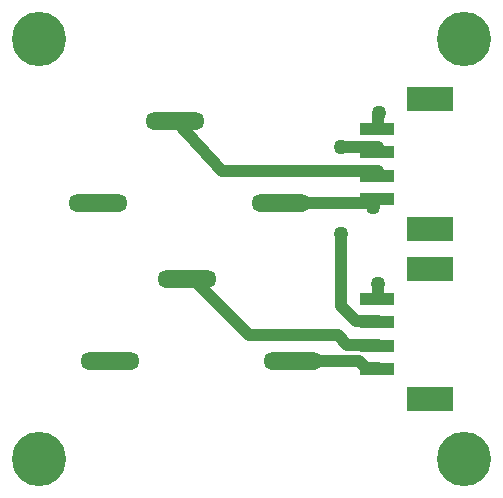
<source format=gbl>
G04*
G04 #@! TF.GenerationSoftware,Altium Limited,Altium Designer,19.0.14 (431)*
G04*
G04 Layer_Physical_Order=2*
G04 Layer_Color=16711680*
%FSLAX25Y25*%
%MOIN*%
G70*
G01*
G75*
%ADD18R,0.11811X0.03937*%
%ADD19R,0.15748X0.07874*%
%ADD20C,0.03937*%
%ADD21O,0.19685X0.05906*%
%ADD22C,0.18110*%
%ADD23C,0.05000*%
D18*
X41732Y-16535D02*
D03*
Y-24409D02*
D03*
Y-40157D02*
D03*
Y-32283D02*
D03*
Y40157D02*
D03*
Y32283D02*
D03*
Y16535D02*
D03*
Y24409D02*
D03*
D19*
X59449Y-6692D02*
D03*
Y-50001D02*
D03*
Y50001D02*
D03*
Y6692D02*
D03*
D20*
X-9933Y25976D02*
X42035D01*
X-24894Y42237D02*
X-19819D01*
X-30799D02*
X-24894D01*
X38098Y-39772D02*
X42035D01*
X4362Y15465D02*
X40362D01*
X8362Y-37402D02*
X35728D01*
X38098Y-39772D01*
X31898Y-31898D02*
X42035D01*
X-21654Y-10465D02*
X-19258D01*
X-26862D02*
X-21654D01*
X28819Y-28819D02*
X31898Y-31898D01*
X-904Y-28819D02*
X28819D01*
X-19258Y-10465D02*
X-904Y-28819D01*
X-19258Y-10465D02*
X-15051D01*
X-21654D02*
Y-10118D01*
X36945Y33850D02*
X42035D01*
X34760Y-24024D02*
X42035D01*
X29862Y-19126D02*
X34760Y-24024D01*
X42232Y45071D02*
X42429Y45268D01*
X42232Y41724D02*
Y45071D01*
X42232Y41724D02*
X42232Y41724D01*
X42035Y41724D02*
X42232D01*
X42035Y-16150D02*
Y-11716D01*
X29862Y-19126D02*
Y4874D01*
Y33850D02*
X36898D01*
X36921Y33874D01*
X36945Y33850D01*
X42035D02*
X42035Y33850D01*
X-24894Y42237D02*
X-9933Y25976D01*
D21*
X-25591Y42639D02*
D03*
X9843Y15473D02*
D03*
X-51181D02*
D03*
X-21654Y-10118D02*
D03*
X13780Y-37284D02*
D03*
X-47244D02*
D03*
D22*
X-70874Y69990D02*
D03*
X70872D02*
D03*
Y-69988D02*
D03*
X-70874D02*
D03*
D23*
X42429Y45268D02*
D03*
X42035Y-11716D02*
D03*
X40362Y13874D02*
D03*
X29862Y4874D02*
D03*
Y33850D02*
D03*
M02*

</source>
